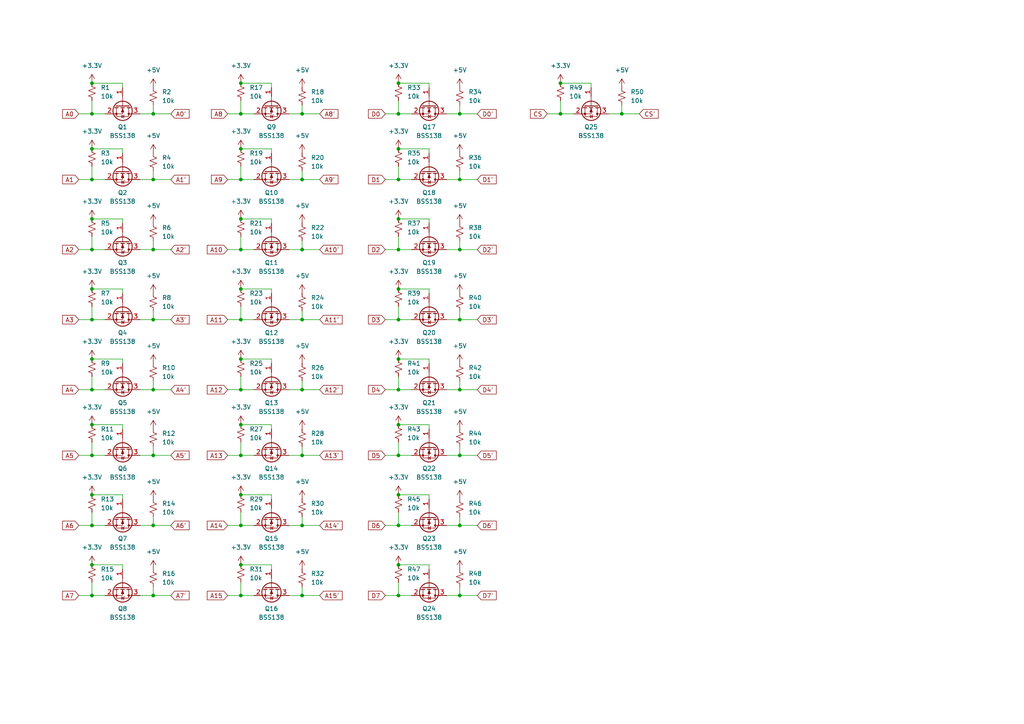
<source format=kicad_sch>
(kicad_sch (version 20231120) (generator "eeschema") (generator_version "8.0")
  (paper "A4")
  (junction (at 115.57 63.5))
  (junction (at 115.57 113.03))
  (junction (at 162.56 24.13))
  (junction (at 87.63 92.71))
  (junction (at 44.45 113.03))
  (junction (at 115.57 43.18))
  (junction (at 69.85 83.82))
  (junction (at 26.67 113.03))
  (junction (at 69.85 163.83))
  (junction (at 26.67 33.02))
  (junction (at 44.45 152.4))
  (junction (at 87.63 152.4))
  (junction (at 26.67 123.19))
  (junction (at 115.57 72.39))
  (junction (at 69.85 43.18))
  (junction (at 115.57 132.08))
  (junction (at 87.63 113.03))
  (junction (at 133.35 33.02))
  (junction (at 26.67 72.39))
  (junction (at 115.57 123.19))
  (junction (at 26.67 92.71))
  (junction (at 115.57 152.4))
  (junction (at 115.57 172.72))
  (junction (at 44.45 92.71))
  (junction (at 26.67 63.5))
  (junction (at 133.35 172.72))
  (junction (at 115.57 33.02))
  (junction (at 115.57 83.82))
  (junction (at 133.35 72.39))
  (junction (at 69.85 72.39))
  (junction (at 26.67 132.08))
  (junction (at 44.45 132.08))
  (junction (at 69.85 104.14))
  (junction (at 115.57 104.14))
  (junction (at 44.45 52.07))
  (junction (at 69.85 152.4))
  (junction (at 44.45 33.02))
  (junction (at 87.63 132.08))
  (junction (at 69.85 123.19))
  (junction (at 26.67 43.18))
  (junction (at 26.67 163.83))
  (junction (at 69.85 33.02))
  (junction (at 26.67 24.13))
  (junction (at 26.67 83.82))
  (junction (at 26.67 52.07))
  (junction (at 87.63 33.02))
  (junction (at 69.85 63.5))
  (junction (at 69.85 113.03))
  (junction (at 115.57 24.13))
  (junction (at 26.67 143.51))
  (junction (at 115.57 163.83))
  (junction (at 44.45 172.72))
  (junction (at 115.57 52.07))
  (junction (at 115.57 143.51))
  (junction (at 133.35 132.08))
  (junction (at 26.67 172.72))
  (junction (at 69.85 52.07))
  (junction (at 133.35 52.07))
  (junction (at 87.63 172.72))
  (junction (at 180.34 33.02))
  (junction (at 133.35 113.03))
  (junction (at 69.85 24.13))
  (junction (at 26.67 104.14))
  (junction (at 69.85 92.71))
  (junction (at 69.85 172.72))
  (junction (at 115.57 92.71))
  (junction (at 69.85 132.08))
  (junction (at 162.56 33.02))
  (junction (at 87.63 72.39))
  (junction (at 87.63 52.07))
  (junction (at 26.67 152.4))
  (junction (at 133.35 92.71))
  (junction (at 44.45 72.39))
  (junction (at 69.85 143.51))
  (junction (at 133.35 152.4))
  (wire (pts (xy 162.56 29.21) (xy 162.56 33.02)))
  (wire (pts (xy 44.45 132.08) (xy 40.64 132.08)))
  (wire (pts (xy 87.63 30.48) (xy 87.63 33.02)))
  (wire (pts (xy 87.63 52.07) (xy 92.71 52.07)))
  (wire (pts (xy 22.86 33.02) (xy 26.67 33.02)))
  (wire (pts (xy 26.67 168.91) (xy 26.67 172.72)))
  (wire (pts (xy 115.57 113.03) (xy 119.38 113.03)))
  (wire (pts (xy 133.35 110.49) (xy 133.35 113.03)))
  (wire (pts (xy 35.56 163.83) (xy 26.67 163.83)))
  (wire (pts (xy 78.74 165.1) (xy 78.74 163.83)))
  (wire (pts (xy 44.45 132.08) (xy 49.53 132.08)))
  (wire (pts (xy 111.76 52.07) (xy 115.57 52.07)))
  (wire (pts (xy 124.46 24.13) (xy 115.57 24.13)))
  (wire (pts (xy 35.56 44.45) (xy 35.56 43.18)))
  (wire (pts (xy 44.45 92.71) (xy 49.53 92.71)))
  (wire (pts (xy 69.85 132.08) (xy 73.66 132.08)))
  (wire (pts (xy 22.86 52.07) (xy 26.67 52.07)))
  (wire (pts (xy 115.57 33.02) (xy 119.38 33.02)))
  (wire (pts (xy 124.46 25.4) (xy 124.46 24.13)))
  (wire (pts (xy 44.45 90.17) (xy 44.45 92.71)))
  (wire (pts (xy 69.85 72.39) (xy 73.66 72.39)))
  (wire (pts (xy 22.86 132.08) (xy 26.67 132.08)))
  (wire (pts (xy 124.46 143.51) (xy 115.57 143.51)))
  (wire (pts (xy 26.67 72.39) (xy 30.48 72.39)))
  (wire (pts (xy 26.67 113.03) (xy 30.48 113.03)))
  (wire (pts (xy 87.63 113.03) (xy 83.82 113.03)))
  (wire (pts (xy 87.63 152.4) (xy 92.71 152.4)))
  (wire (pts (xy 69.85 29.21) (xy 69.85 33.02)))
  (wire (pts (xy 78.74 83.82) (xy 69.85 83.82)))
  (wire (pts (xy 87.63 33.02) (xy 92.71 33.02)))
  (wire (pts (xy 35.56 144.78) (xy 35.56 143.51)))
  (wire (pts (xy 133.35 52.07) (xy 129.54 52.07)))
  (wire (pts (xy 133.35 152.4) (xy 129.54 152.4)))
  (wire (pts (xy 87.63 49.53) (xy 87.63 52.07)))
  (wire (pts (xy 133.35 172.72) (xy 138.43 172.72)))
  (wire (pts (xy 35.56 104.14) (xy 26.67 104.14)))
  (wire (pts (xy 44.45 149.86) (xy 44.45 152.4)))
  (wire (pts (xy 124.46 163.83) (xy 115.57 163.83)))
  (wire (pts (xy 162.56 33.02) (xy 166.37 33.02)))
  (wire (pts (xy 69.85 52.07) (xy 73.66 52.07)))
  (wire (pts (xy 133.35 33.02) (xy 138.43 33.02)))
  (wire (pts (xy 66.04 132.08) (xy 69.85 132.08)))
  (wire (pts (xy 26.67 172.72) (xy 30.48 172.72)))
  (wire (pts (xy 22.86 72.39) (xy 26.67 72.39)))
  (wire (pts (xy 35.56 63.5) (xy 26.67 63.5)))
  (wire (pts (xy 87.63 52.07) (xy 83.82 52.07)))
  (wire (pts (xy 133.35 52.07) (xy 138.43 52.07)))
  (wire (pts (xy 124.46 83.82) (xy 115.57 83.82)))
  (wire (pts (xy 111.76 72.39) (xy 115.57 72.39)))
  (wire (pts (xy 69.85 168.91) (xy 69.85 172.72)))
  (wire (pts (xy 44.45 52.07) (xy 40.64 52.07)))
  (wire (pts (xy 115.57 52.07) (xy 119.38 52.07)))
  (wire (pts (xy 44.45 72.39) (xy 40.64 72.39)))
  (wire (pts (xy 26.67 152.4) (xy 30.48 152.4)))
  (wire (pts (xy 124.46 165.1) (xy 124.46 163.83)))
  (wire (pts (xy 69.85 128.27) (xy 69.85 132.08)))
  (wire (pts (xy 87.63 92.71) (xy 92.71 92.71)))
  (wire (pts (xy 69.85 172.72) (xy 73.66 172.72)))
  (wire (pts (xy 87.63 172.72) (xy 83.82 172.72)))
  (wire (pts (xy 35.56 64.77) (xy 35.56 63.5)))
  (wire (pts (xy 69.85 109.22) (xy 69.85 113.03)))
  (wire (pts (xy 115.57 92.71) (xy 119.38 92.71)))
  (wire (pts (xy 115.57 29.21) (xy 115.57 33.02)))
  (wire (pts (xy 78.74 123.19) (xy 69.85 123.19)))
  (wire (pts (xy 124.46 144.78) (xy 124.46 143.51)))
  (wire (pts (xy 87.63 172.72) (xy 92.71 172.72)))
  (wire (pts (xy 133.35 149.86) (xy 133.35 152.4)))
  (wire (pts (xy 66.04 92.71) (xy 69.85 92.71)))
  (wire (pts (xy 35.56 24.13) (xy 26.67 24.13)))
  (wire (pts (xy 111.76 152.4) (xy 115.57 152.4)))
  (wire (pts (xy 35.56 83.82) (xy 26.67 83.82)))
  (wire (pts (xy 133.35 49.53) (xy 133.35 52.07)))
  (wire (pts (xy 26.67 29.21) (xy 26.67 33.02)))
  (wire (pts (xy 133.35 152.4) (xy 138.43 152.4)))
  (wire (pts (xy 44.45 172.72) (xy 40.64 172.72)))
  (wire (pts (xy 69.85 88.9) (xy 69.85 92.71)))
  (wire (pts (xy 115.57 152.4) (xy 119.38 152.4)))
  (wire (pts (xy 22.86 172.72) (xy 26.67 172.72)))
  (wire (pts (xy 115.57 132.08) (xy 119.38 132.08)))
  (wire (pts (xy 158.75 33.02) (xy 162.56 33.02)))
  (wire (pts (xy 124.46 104.14) (xy 115.57 104.14)))
  (wire (pts (xy 44.45 52.07) (xy 49.53 52.07)))
  (wire (pts (xy 44.45 30.48) (xy 44.45 33.02)))
  (wire (pts (xy 133.35 132.08) (xy 129.54 132.08)))
  (wire (pts (xy 87.63 72.39) (xy 83.82 72.39)))
  (wire (pts (xy 133.35 72.39) (xy 138.43 72.39)))
  (wire (pts (xy 133.35 92.71) (xy 129.54 92.71)))
  (wire (pts (xy 124.46 124.46) (xy 124.46 123.19)))
  (wire (pts (xy 78.74 24.13) (xy 69.85 24.13)))
  (wire (pts (xy 44.45 170.18) (xy 44.45 172.72)))
  (wire (pts (xy 133.35 69.85) (xy 133.35 72.39)))
  (wire (pts (xy 78.74 25.4) (xy 78.74 24.13)))
  (wire (pts (xy 69.85 148.59) (xy 69.85 152.4)))
  (wire (pts (xy 66.04 52.07) (xy 69.85 52.07)))
  (wire (pts (xy 87.63 149.86) (xy 87.63 152.4)))
  (wire (pts (xy 26.67 48.26) (xy 26.67 52.07)))
  (wire (pts (xy 111.76 113.03) (xy 115.57 113.03)))
  (wire (pts (xy 26.67 132.08) (xy 30.48 132.08)))
  (wire (pts (xy 44.45 172.72) (xy 49.53 172.72)))
  (wire (pts (xy 78.74 163.83) (xy 69.85 163.83)))
  (wire (pts (xy 111.76 132.08) (xy 115.57 132.08)))
  (wire (pts (xy 180.34 33.02) (xy 176.53 33.02)))
  (wire (pts (xy 44.45 49.53) (xy 44.45 52.07)))
  (wire (pts (xy 115.57 88.9) (xy 115.57 92.71)))
  (wire (pts (xy 124.46 85.09) (xy 124.46 83.82)))
  (wire (pts (xy 180.34 33.02) (xy 185.42 33.02)))
  (wire (pts (xy 124.46 44.45) (xy 124.46 43.18)))
  (wire (pts (xy 26.67 68.58) (xy 26.67 72.39)))
  (wire (pts (xy 111.76 33.02) (xy 115.57 33.02)))
  (wire (pts (xy 26.67 52.07) (xy 30.48 52.07)))
  (wire (pts (xy 44.45 113.03) (xy 40.64 113.03)))
  (wire (pts (xy 35.56 25.4) (xy 35.56 24.13)))
  (wire (pts (xy 87.63 92.71) (xy 83.82 92.71)))
  (wire (pts (xy 115.57 172.72) (xy 119.38 172.72)))
  (wire (pts (xy 124.46 64.77) (xy 124.46 63.5)))
  (wire (pts (xy 35.56 43.18) (xy 26.67 43.18)))
  (wire (pts (xy 111.76 92.71) (xy 115.57 92.71)))
  (wire (pts (xy 22.86 92.71) (xy 26.67 92.71)))
  (wire (pts (xy 111.76 172.72) (xy 115.57 172.72)))
  (wire (pts (xy 66.04 113.03) (xy 69.85 113.03)))
  (wire (pts (xy 66.04 72.39) (xy 69.85 72.39)))
  (wire (pts (xy 87.63 110.49) (xy 87.63 113.03)))
  (wire (pts (xy 26.67 128.27) (xy 26.67 132.08)))
  (wire (pts (xy 171.45 24.13) (xy 162.56 24.13)))
  (wire (pts (xy 44.45 69.85) (xy 44.45 72.39)))
  (wire (pts (xy 44.45 152.4) (xy 49.53 152.4)))
  (wire (pts (xy 133.35 132.08) (xy 138.43 132.08)))
  (wire (pts (xy 115.57 128.27) (xy 115.57 132.08)))
  (wire (pts (xy 133.35 172.72) (xy 129.54 172.72)))
  (wire (pts (xy 66.04 172.72) (xy 69.85 172.72)))
  (wire (pts (xy 133.35 113.03) (xy 138.43 113.03)))
  (wire (pts (xy 44.45 110.49) (xy 44.45 113.03)))
  (wire (pts (xy 133.35 90.17) (xy 133.35 92.71)))
  (wire (pts (xy 115.57 168.91) (xy 115.57 172.72)))
  (wire (pts (xy 133.35 113.03) (xy 129.54 113.03)))
  (wire (pts (xy 69.85 113.03) (xy 73.66 113.03)))
  (wire (pts (xy 69.85 33.02) (xy 73.66 33.02)))
  (wire (pts (xy 133.35 30.48) (xy 133.35 33.02)))
  (wire (pts (xy 35.56 165.1) (xy 35.56 163.83)))
  (wire (pts (xy 66.04 33.02) (xy 69.85 33.02)))
  (wire (pts (xy 26.67 109.22) (xy 26.67 113.03)))
  (wire (pts (xy 78.74 124.46) (xy 78.74 123.19)))
  (wire (pts (xy 78.74 63.5) (xy 69.85 63.5)))
  (wire (pts (xy 87.63 132.08) (xy 83.82 132.08)))
  (wire (pts (xy 133.35 170.18) (xy 133.35 172.72)))
  (wire (pts (xy 69.85 48.26) (xy 69.85 52.07)))
  (wire (pts (xy 22.86 113.03) (xy 26.67 113.03)))
  (wire (pts (xy 115.57 68.58) (xy 115.57 72.39)))
  (wire (pts (xy 87.63 33.02) (xy 83.82 33.02)))
  (wire (pts (xy 133.35 33.02) (xy 129.54 33.02)))
  (wire (pts (xy 87.63 90.17) (xy 87.63 92.71)))
  (wire (pts (xy 124.46 105.41) (xy 124.46 104.14)))
  (wire (pts (xy 87.63 152.4) (xy 83.82 152.4)))
  (wire (pts (xy 78.74 143.51) (xy 69.85 143.51)))
  (wire (pts (xy 87.63 72.39) (xy 92.71 72.39)))
  (wire (pts (xy 124.46 63.5) (xy 115.57 63.5)))
  (wire (pts (xy 35.56 123.19) (xy 26.67 123.19)))
  (wire (pts (xy 124.46 43.18) (xy 115.57 43.18)))
  (wire (pts (xy 26.67 88.9) (xy 26.67 92.71)))
  (wire (pts (xy 26.67 148.59) (xy 26.67 152.4)))
  (wire (pts (xy 44.45 33.02) (xy 49.53 33.02)))
  (wire (pts (xy 69.85 92.71) (xy 73.66 92.71)))
  (wire (pts (xy 87.63 170.18) (xy 87.63 172.72)))
  (wire (pts (xy 78.74 144.78) (xy 78.74 143.51)))
  (wire (pts (xy 78.74 43.18) (xy 69.85 43.18)))
  (wire (pts (xy 133.35 72.39) (xy 129.54 72.39)))
  (wire (pts (xy 87.63 113.03) (xy 92.71 113.03)))
  (wire (pts (xy 180.34 30.48) (xy 180.34 33.02)))
  (wire (pts (xy 87.63 129.54) (xy 87.63 132.08)))
  (wire (pts (xy 35.56 124.46) (xy 35.56 123.19)))
  (wire (pts (xy 133.35 129.54) (xy 133.35 132.08)))
  (wire (pts (xy 26.67 33.02) (xy 30.48 33.02)))
  (wire (pts (xy 66.04 152.4) (xy 69.85 152.4)))
  (wire (pts (xy 44.45 92.71) (xy 40.64 92.71)))
  (wire (pts (xy 44.45 72.39) (xy 49.53 72.39)))
  (wire (pts (xy 78.74 104.14) (xy 69.85 104.14)))
  (wire (pts (xy 115.57 72.39) (xy 119.38 72.39)))
  (wire (pts (xy 35.56 105.41) (xy 35.56 104.14)))
  (wire (pts (xy 26.67 92.71) (xy 30.48 92.71)))
  (wire (pts (xy 35.56 85.09) (xy 35.56 83.82)))
  (wire (pts (xy 78.74 105.41) (xy 78.74 104.14)))
  (wire (pts (xy 69.85 152.4) (xy 73.66 152.4)))
  (wire (pts (xy 44.45 152.4) (xy 40.64 152.4)))
  (wire (pts (xy 115.57 109.22) (xy 115.57 113.03)))
  (wire (pts (xy 44.45 129.54) (xy 44.45 132.08)))
  (wire (pts (xy 78.74 85.09) (xy 78.74 83.82)))
  (wire (pts (xy 69.85 68.58) (xy 69.85 72.39)))
  (wire (pts (xy 124.46 123.19) (xy 115.57 123.19)))
  (wire (pts (xy 44.45 113.03) (xy 49.53 113.03)))
  (wire (pts (xy 78.74 64.77) (xy 78.74 63.5)))
  (wire (pts (xy 115.57 48.26) (xy 115.57 52.07)))
  (wire (pts (xy 22.86 152.4) (xy 26.67 152.4)))
  (wire (pts (xy 87.63 132.08) (xy 92.71 132.08)))
  (wire (pts (xy 171.45 25.4) (xy 171.45 24.13)))
  (wire (pts (xy 35.56 143.51) (xy 26.67 143.51)))
  (wire (pts (xy 87.63 69.85) (xy 87.63 72.39)))
  (wire (pts (xy 44.45 33.02) (xy 40.64 33.02)))
  (wire (pts (xy 115.57 148.59) (xy 115.57 152.4)))
  (wire (pts (xy 78.74 44.45) (xy 78.74 43.18)))
  (wire (pts (xy 133.35 92.71) (xy 138.43 92.71)))
  (global_label "A12" (shape input) (at 66.04 113.03 180) (property "Intersheetrefs" "${INTERSHEET_REFS}" (effects (hide yes))))
  (global_label "A15'" (shape input) (at 92.71 172.72 0) (property "Intersheetrefs" "${INTERSHEET_REFS}" (effects (hide yes))))
  (global_label "D0" (shape input) (at 111.76 33.02 180) (property "Intersheetrefs" "${INTERSHEET_REFS}" (effects (hide yes))))
  (global_label "A8" (shape input) (at 66.04 33.02 180) (property "Intersheetrefs" "${INTERSHEET_REFS}" (effects (hide yes))))
  (global_label "D4" (shape input) (at 111.76 113.03 180) (property "Intersheetrefs" "${INTERSHEET_REFS}" (effects (hide yes))))
  (global_label "A6'" (shape input) (at 49.53 152.4 0) (property "Intersheetrefs" "${INTERSHEET_REFS}" (effects (hide yes))))
  (global_label "A5" (shape input) (at 22.86 132.08 180) (property "Intersheetrefs" "${INTERSHEET_REFS}" (effects (hide yes))))
  (global_label "D5'" (shape input) (at 138.43 132.08 0) (property "Intersheetrefs" "${INTERSHEET_REFS}" (effects (hide yes))))
  (global_label "D3'" (shape input) (at 138.43 92.71 0) (property "Intersheetrefs" "${INTERSHEET_REFS}" (effects (hide yes))))
  (global_label "A13'" (shape input) (at 92.71 132.08 0) (property "Intersheetrefs" "${INTERSHEET_REFS}" (effects (hide yes))))
  (global_label "A0'" (shape input) (at 49.53 33.02 0) (property "Intersheetrefs" "${INTERSHEET_REFS}" (effects (hide yes))))
  (global_label "A0" (shape input) (at 22.86 33.02 180) (property "Intersheetrefs" "${INTERSHEET_REFS}" (effects (hide yes))))
  (global_label "A6" (shape input) (at 22.86 152.4 180) (property "Intersheetrefs" "${INTERSHEET_REFS}" (effects (hide yes))))
  (global_label "D6'" (shape input) (at 138.43 152.4 0) (property "Intersheetrefs" "${INTERSHEET_REFS}" (effects (hide yes))))
  (global_label "A15" (shape input) (at 66.04 172.72 180) (property "Intersheetrefs" "${INTERSHEET_REFS}" (effects (hide yes))))
  (global_label "A9" (shape input) (at 66.04 52.07 180) (property "Intersheetrefs" "${INTERSHEET_REFS}" (effects (hide yes))))
  (global_label "D4'" (shape input) (at 138.43 113.03 0) (property "Intersheetrefs" "${INTERSHEET_REFS}" (effects (hide yes))))
  (global_label "A7" (shape input) (at 22.86 172.72 180) (property "Intersheetrefs" "${INTERSHEET_REFS}" (effects (hide yes))))
  (global_label "D2'" (shape input) (at 138.43 72.39 0) (property "Intersheetrefs" "${INTERSHEET_REFS}" (effects (hide yes))))
  (global_label "D1'" (shape input) (at 138.43 52.07 0) (property "Intersheetrefs" "${INTERSHEET_REFS}" (effects (hide yes))))
  (global_label "D6" (shape input) (at 111.76 152.4 180) (property "Intersheetrefs" "${INTERSHEET_REFS}" (effects (hide yes))))
  (global_label "A4" (shape input) (at 22.86 113.03 180) (property "Intersheetrefs" "${INTERSHEET_REFS}" (effects (hide yes))))
  (global_label "A11'" (shape input) (at 92.71 92.71 0) (property "Intersheetrefs" "${INTERSHEET_REFS}" (effects (hide yes))))
  (global_label "A2" (shape input) (at 22.86 72.39 180) (property "Intersheetrefs" "${INTERSHEET_REFS}" (effects (hide yes))))
  (global_label "D2" (shape input) (at 111.76 72.39 180) (property "Intersheetrefs" "${INTERSHEET_REFS}" (effects (hide yes))))
  (global_label "A10" (shape input) (at 66.04 72.39 180) (property "Intersheetrefs" "${INTERSHEET_REFS}" (effects (hide yes))))
  (global_label "D0'" (shape input) (at 138.43 33.02 0) (property "Intersheetrefs" "${INTERSHEET_REFS}" (effects (hide yes))))
  (global_label "D7'" (shape input) (at 138.43 172.72 0) (property "Intersheetrefs" "${INTERSHEET_REFS}" (effects (hide yes))))
  (global_label "D1" (shape input) (at 111.76 52.07 180) (property "Intersheetrefs" "${INTERSHEET_REFS}" (effects (hide yes))))
  (global_label "A14'" (shape input) (at 92.71 152.4 0) (property "Intersheetrefs" "${INTERSHEET_REFS}" (effects (hide yes))))
  (global_label "A13" (shape input) (at 66.04 132.08 180) (property "Intersheetrefs" "${INTERSHEET_REFS}" (effects (hide yes))))
  (global_label "A12'" (shape input) (at 92.71 113.03 0) (property "Intersheetrefs" "${INTERSHEET_REFS}" (effects (hide yes))))
  (global_label "CS'" (shape input) (at 185.42 33.02 0) (property "Intersheetrefs" "${INTERSHEET_REFS}" (effects (hide yes))))
  (global_label "A7'" (shape input) (at 49.53 172.72 0) (property "Intersheetrefs" "${INTERSHEET_REFS}" (effects (hide yes))))
  (global_label "A3" (shape input) (at 22.86 92.71 180) (property "Intersheetrefs" "${INTERSHEET_REFS}" (effects (hide yes))))
  (global_label "D7" (shape input) (at 111.76 172.72 180) (property "Intersheetrefs" "${INTERSHEET_REFS}" (effects (hide yes))))
  (global_label "A14" (shape input) (at 66.04 152.4 180) (property "Intersheetrefs" "${INTERSHEET_REFS}" (effects (hide yes))))
  (global_label "A1" (shape input) (at 22.86 52.07 180) (property "Intersheetrefs" "${INTERSHEET_REFS}" (effects (hide yes))))
  (global_label "D3" (shape input) (at 111.76 92.71 180) (property "Intersheetrefs" "${INTERSHEET_REFS}" (effects (hide yes))))
  (global_label "CS" (shape input) (at 158.75 33.02 180) (property "Intersheetrefs" "${INTERSHEET_REFS}" (effects (hide yes))))
  (global_label "A4'" (shape input) (at 49.53 113.03 0) (property "Intersheetrefs" "${INTERSHEET_REFS}" (effects (hide yes))))
  (global_label "A10'" (shape input) (at 92.71 72.39 0) (property "Intersheetrefs" "${INTERSHEET_REFS}" (effects (hide yes))))
  (global_label "A3'" (shape input) (at 49.53 92.71 0) (property "Intersheetrefs" "${INTERSHEET_REFS}" (effects (hide yes))))
  (global_label "A11" (shape input) (at 66.04 92.71 180) (property "Intersheetrefs" "${INTERSHEET_REFS}" (effects (hide yes))))
  (global_label "A2'" (shape input) (at 49.53 72.39 0) (property "Intersheetrefs" "${INTERSHEET_REFS}" (effects (hide yes))))
  (global_label "A8'" (shape input) (at 92.71 33.02 0) (property "Intersheetrefs" "${INTERSHEET_REFS}" (effects (hide yes))))
  (global_label "D5" (shape input) (at 111.76 132.08 180) (property "Intersheetrefs" "${INTERSHEET_REFS}" (effects (hide yes))))
  (global_label "A1'" (shape input) (at 49.53 52.07 0) (property "Intersheetrefs" "${INTERSHEET_REFS}" (effects (hide yes))))
  (global_label "A5'" (shape input) (at 49.53 132.08 0) (property "Intersheetrefs" "${INTERSHEET_REFS}" (effects (hide yes))))
  (global_label "A9'" (shape input) (at 92.71 52.07 0) (property "Intersheetrefs" "${INTERSHEET_REFS}" (effects (hide yes))))
  (symbol (lib_id "Device:R_Small_US") (at 115.57 125.73 0) (unit 1)
    (property "Reference" "R43" (at 118.11 124.4599 0) (effects (justify left)))
    (property "Value" "10k" (at 118.11 126.9999 0) (effects (justify left)))
    (property "Footprint" "Resistor_SMD:R_0402_1005Metric" (effects (hide yes)))
    (property "Description" "Resistor, small US symbol" (effects (hide yes)))
  )
  (symbol (lib_id "power:+3.3V") (at 26.67 143.51 0) (unit 1)
    (property "Reference" "#PWR015" (effects (hide yes)))
    (property "Value" "+3.3V" (at 26.67 138.43 0))
    (property "Description" "Power symbol creates a global label with name \"+3.3V\"" (effects (hide yes)))
  )
  (symbol (lib_id "Device:R_Small_US") (at 133.35 67.31 0) (unit 1)
    (property "Reference" "R38" (at 135.89 66.0399 0) (effects (justify left)))
    (property "Value" "10k" (at 135.89 68.5799 0) (effects (justify left)))
    (property "Footprint" "Resistor_SMD:R_0402_1005Metric" (effects (hide yes)))
    (property "Description" "Resistor, small US symbol" (effects (hide yes)))
  )
  (symbol (lib_id "Device:R_Small_US") (at 87.63 147.32 0) (unit 1)
    (property "Reference" "R30" (at 90.17 146.0499 0) (effects (justify left)))
    (property "Value" "10k" (at 90.17 148.5899 0) (effects (justify left)))
    (property "Footprint" "Resistor_SMD:R_0402_1005Metric" (effects (hide yes)))
    (property "Description" "Resistor, small US symbol" (effects (hide yes)))
  )
  (symbol (lib_id "Device:R_Small_US") (at 69.85 166.37 0) (unit 1)
    (property "Reference" "R31" (at 72.39 165.0999 0) (effects (justify left)))
    (property "Value" "10k" (at 72.39 167.6399 0) (effects (justify left)))
    (property "Footprint" "Resistor_SMD:R_0402_1005Metric" (effects (hide yes)))
    (property "Description" "Resistor, small US symbol" (effects (hide yes)))
  )
  (symbol (lib_id "power:+3.3V") (at 69.85 63.5 0) (unit 1)
    (property "Reference" "#PWR023" (effects (hide yes)))
    (property "Value" "+3.3V" (at 69.85 58.42 0))
    (property "Description" "Power symbol creates a global label with name \"+3.3V\"" (effects (hide yes)))
  )
  (symbol (lib_id "Device:R_Small_US") (at 26.67 66.04 0) (unit 1)
    (property "Reference" "R5" (at 29.21 64.7699 0) (effects (justify left)))
    (property "Value" "10k" (at 29.21 67.3099 0) (effects (justify left)))
    (property "Footprint" "Resistor_SMD:R_0402_1005Metric" (effects (hide yes)))
    (property "Description" "Resistor, small US symbol" (effects (hide yes)))
  )
  (symbol (lib_id "power:+5V") (at 133.35 124.46 0) (unit 1)
    (property "Reference" "#PWR046" (effects (hide yes)))
    (property "Value" "+5V" (at 133.35 119.38 0))
    (property "Description" "Power symbol creates a global label with name \"+5V\"" (effects (hide yes)))
  )
  (symbol (lib_id "Device:R_Small_US") (at 26.67 106.68 0) (unit 1)
    (property "Reference" "R9" (at 29.21 105.4099 0) (effects (justify left)))
    (property "Value" "10k" (at 29.21 107.9499 0) (effects (justify left)))
    (property "Footprint" "Resistor_SMD:R_0402_1005Metric" (effects (hide yes)))
    (property "Description" "Resistor, small US symbol" (effects (hide yes)))
  )
  (symbol (lib_id "Transistor_FET:BSS138") (at 78.74 129.54 270) (unit 1)
    (property "Reference" "Q14" (at 78.74 135.89 90))
    (property "Value" "BSS138" (at 78.74 138.43 90))
    (property "Footprint" "Package_TO_SOT_SMD:SOT-23" (effects (hide yes)))
    (property "Datasheet" "https://www.onsemi.com/pub/Collateral/BSS138-D.PDF" (effects (hide yes)))
    (property "Description" "50V Vds, 0.22A Id, N-Channel MOSFET, SOT-23" (effects (hide yes)))
  )
  (symbol (lib_id "power:+3.3V") (at 26.67 83.82 0) (unit 1)
    (property "Reference" "#PWR09" (effects (hide yes)))
    (property "Value" "+3.3V" (at 26.67 78.74 0))
    (property "Description" "Power symbol creates a global label with name \"+3.3V\"" (effects (hide yes)))
  )
  (symbol (lib_id "Transistor_FET:BSS138") (at 78.74 149.86 270) (unit 1)
    (property "Reference" "Q15" (at 78.74 156.21 90))
    (property "Value" "BSS138" (at 78.74 158.75 90))
    (property "Footprint" "Package_TO_SOT_SMD:SOT-23" (effects (hide yes)))
    (property "Datasheet" "https://www.onsemi.com/pub/Collateral/BSS138-D.PDF" (effects (hide yes)))
    (property "Description" "50V Vds, 0.22A Id, N-Channel MOSFET, SOT-23" (effects (hide yes)))
  )
  (symbol (lib_id "Device:R_Small_US") (at 69.85 86.36 0) (unit 1)
    (property "Reference" "R23" (at 72.39 85.0899 0) (effects (justify left)))
    (property "Value" "10k" (at 72.39 87.6299 0) (effects (justify left)))
    (property "Footprint" "Resistor_SMD:R_0402_1005Metric" (effects (hide yes)))
    (property "Description" "Resistor, small US symbol" (effects (hide yes)))
  )
  (symbol (lib_id "Device:R_Small_US") (at 44.45 67.31 0) (unit 1)
    (property "Reference" "R6" (at 46.99 66.0399 0) (effects (justify left)))
    (property "Value" "10k" (at 46.99 68.5799 0) (effects (justify left)))
    (property "Footprint" "Resistor_SMD:R_0402_1005Metric" (effects (hide yes)))
    (property "Description" "Resistor, small US symbol" (effects (hide yes)))
  )
  (symbol (lib_id "power:+3.3V") (at 115.57 163.83 0) (unit 1)
    (property "Reference" "#PWR049" (effects (hide yes)))
    (property "Value" "+3.3V" (at 115.57 158.75 0))
    (property "Description" "Power symbol creates a global label with name \"+3.3V\"" (effects (hide yes)))
  )
  (symbol (lib_id "power:+5V") (at 87.63 144.78 0) (unit 1)
    (property "Reference" "#PWR032" (effects (hide yes)))
    (property "Value" "+5V" (at 87.63 139.7 0))
    (property "Description" "Power symbol creates a global label with name \"+5V\"" (effects (hide yes)))
  )
  (symbol (lib_id "Device:R_Small_US") (at 44.45 147.32 0) (unit 1)
    (property "Reference" "R14" (at 46.99 146.0499 0) (effects (justify left)))
    (property "Value" "10k" (at 46.99 148.5899 0) (effects (justify left)))
    (property "Footprint" "Resistor_SMD:R_0402_1005Metric" (effects (hide yes)))
    (property "Description" "Resistor, small US symbol" (effects (hide yes)))
  )
  (symbol (lib_id "Device:R_Small_US") (at 115.57 166.37 0) (unit 1)
    (property "Reference" "R47" (at 118.11 165.0999 0) (effects (justify left)))
    (property "Value" "10k" (at 118.11 167.6399 0) (effects (justify left)))
    (property "Footprint" "Resistor_SMD:R_0402_1005Metric" (effects (hide yes)))
    (property "Description" "Resistor, small US symbol" (effects (hide yes)))
  )
  (symbol (lib_id "power:+3.3V") (at 26.67 104.14 0) (unit 1)
    (property "Reference" "#PWR011" (effects (hide yes)))
    (property "Value" "+3.3V" (at 26.67 99.06 0))
    (property "Description" "Power symbol creates a global label with name \"+3.3V\"" (effects (hide yes)))
  )
  (symbol (lib_id "Device:R_Small_US") (at 69.85 125.73 0) (unit 1)
    (property "Reference" "R27" (at 72.39 124.4599 0) (effects (justify left)))
    (property "Value" "10k" (at 72.39 126.9999 0) (effects (justify left)))
    (property "Footprint" "Resistor_SMD:R_0402_1005Metric" (effects (hide yes)))
    (property "Description" "Resistor, small US symbol" (effects (hide yes)))
  )
  (symbol (lib_id "power:+5V") (at 133.35 25.4 0) (unit 1)
    (property "Reference" "#PWR036" (effects (hide yes)))
    (property "Value" "+5V" (at 133.35 20.32 0))
    (property "Description" "Power symbol creates a global label with name \"+5V\"" (effects (hide yes)))
  )
  (symbol (lib_id "Transistor_FET:BSS138") (at 124.46 129.54 270) (unit 1)
    (property "Reference" "Q22" (at 124.46 135.89 90))
    (property "Value" "BSS138" (at 124.46 138.43 90))
    (property "Footprint" "Package_TO_SOT_SMD:SOT-23" (effects (hide yes)))
    (property "Datasheet" "https://www.onsemi.com/pub/Collateral/BSS138-D.PDF" (effects (hide yes)))
    (property "Description" "50V Vds, 0.22A Id, N-Channel MOSFET, SOT-23" (effects (hide yes)))
  )
  (symbol (lib_id "Device:R_Small_US") (at 133.35 46.99 0) (unit 1)
    (property "Reference" "R36" (at 135.89 45.7199 0) (effects (justify left)))
    (property "Value" "10k" (at 135.89 48.2599 0) (effects (justify left)))
    (property "Footprint" "Resistor_SMD:R_0402_1005Metric" (effects (hide yes)))
    (property "Description" "Resistor, small US symbol" (effects (hide yes)))
  )
  (symbol (lib_id "Device:R_Small_US") (at 87.63 46.99 0) (unit 1)
    (property "Reference" "R20" (at 90.17 45.7199 0) (effects (justify left)))
    (property "Value" "10k" (at 90.17 48.2599 0) (effects (justify left)))
    (property "Footprint" "Resistor_SMD:R_0402_1005Metric" (effects (hide yes)))
    (property "Description" "Resistor, small US symbol" (effects (hide yes)))
  )
  (symbol (lib_id "power:+5V") (at 133.35 165.1 0) (unit 1)
    (property "Reference" "#PWR050" (effects (hide yes)))
    (property "Value" "+5V" (at 133.35 160.02 0))
    (property "Description" "Power symbol creates a global label with name \"+5V\"" (effects (hide yes)))
  )
  (symbol (lib_id "power:+3.3V") (at 26.67 123.19 0) (unit 1)
    (property "Reference" "#PWR013" (effects (hide yes)))
    (property "Value" "+3.3V" (at 26.67 118.11 0))
    (property "Description" "Power symbol creates a global label with name \"+3.3V\"" (effects (hide yes)))
  )
  (symbol (lib_id "power:+3.3V") (at 69.85 104.14 0) (unit 1)
    (property "Reference" "#PWR027" (effects (hide yes)))
    (property "Value" "+3.3V" (at 69.85 99.06 0))
    (property "Description" "Power symbol creates a global label with name \"+3.3V\"" (effects (hide yes)))
  )
  (symbol (lib_id "Transistor_FET:BSS138") (at 124.46 170.18 270) (unit 1)
    (property "Reference" "Q24" (at 124.46 176.53 90))
    (property "Value" "BSS138" (at 124.46 179.07 90))
    (property "Footprint" "Package_TO_SOT_SMD:SOT-23" (effects (hide yes)))
    (property "Datasheet" "https://www.onsemi.com/pub/Collateral/BSS138-D.PDF" (effects (hide yes)))
    (property "Description" "50V Vds, 0.22A Id, N-Channel MOSFET, SOT-23" (effects (hide yes)))
  )
  (symbol (lib_id "power:+5V") (at 44.45 44.45 0) (unit 1)
    (property "Reference" "#PWR06" (effects (hide yes)))
    (property "Value" "+5V" (at 44.45 39.37 0))
    (property "Description" "Power symbol creates a global label with name \"+5V\"" (effects (hide yes)))
  )
  (symbol (lib_id "power:+5V") (at 87.63 105.41 0) (unit 1)
    (property "Reference" "#PWR028" (effects (hide yes)))
    (property "Value" "+5V" (at 87.63 100.33 0))
    (property "Description" "Power symbol creates a global label with name \"+5V\"" (effects (hide yes)))
  )
  (symbol (lib_id "Device:R_Small_US") (at 162.56 26.67 0) (unit 1)
    (property "Reference" "R49" (at 165.1 25.3999 0) (effects (justify left)))
    (property "Value" "10k" (at 165.1 27.9399 0) (effects (justify left)))
    (property "Footprint" "Resistor_SMD:R_0402_1005Metric" (effects (hide yes)))
    (property "Description" "Resistor, small US symbol" (effects (hide yes)))
  )
  (symbol (lib_id "Device:R_Small_US") (at 133.35 87.63 0) (unit 1)
    (property "Reference" "R40" (at 135.89 86.3599 0) (effects (justify left)))
    (property "Value" "10k" (at 135.89 88.8999 0) (effects (justify left)))
    (property "Footprint" "Resistor_SMD:R_0402_1005Metric" (effects (hide yes)))
    (property "Description" "Resistor, small US symbol" (effects (hide yes)))
  )
  (symbol (lib_id "Transistor_FET:BSS138") (at 124.46 30.48 270) (unit 1)
    (property "Reference" "Q17" (at 124.46 36.83 90))
    (property "Value" "BSS138" (at 124.46 39.37 90))
    (property "Footprint" "Package_TO_SOT_SMD:SOT-23" (effects (hide yes)))
    (property "Datasheet" "https://www.onsemi.com/pub/Collateral/BSS138-D.PDF" (effects (hide yes)))
    (property "Description" "50V Vds, 0.22A Id, N-Channel MOSFET, SOT-23" (effects (hide yes)))
  )
  (symbol (lib_id "Device:R_Small_US") (at 69.85 66.04 0) (unit 1)
    (property "Reference" "R21" (at 72.39 64.7699 0) (effects (justify left)))
    (property "Value" "10k" (at 72.39 67.3099 0) (effects (justify left)))
    (property "Footprint" "Resistor_SMD:R_0402_1005Metric" (effects (hide yes)))
    (property "Description" "Resistor, small US symbol" (effects (hide yes)))
  )
  (symbol (lib_id "power:+3.3V") (at 26.67 163.83 0) (unit 1)
    (property "Reference" "#PWR017" (effects (hide yes)))
    (property "Value" "+3.3V" (at 26.67 158.75 0))
    (property "Description" "Power symbol creates a global label with name \"+3.3V\"" (effects (hide yes)))
  )
  (symbol (lib_id "power:+3.3V") (at 26.67 63.5 0) (unit 1)
    (property "Reference" "#PWR07" (effects (hide yes)))
    (property "Value" "+3.3V" (at 26.67 58.42 0))
    (property "Description" "Power symbol creates a global label with name \"+3.3V\"" (effects (hide yes)))
  )
  (symbol (lib_id "Device:R_Small_US") (at 180.34 27.94 0) (unit 1)
    (property "Reference" "R50" (at 182.88 26.6699 0) (effects (justify left)))
    (property "Value" "10k" (at 182.88 29.2099 0) (effects (justify left)))
    (property "Footprint" "Resistor_SMD:R_0402_1005Metric" (effects (hide yes)))
    (property "Description" "Resistor, small US symbol" (effects (hide yes)))
  )
  (symbol (lib_id "power:+3.3V") (at 69.85 123.19 0) (unit 1)
    (property "Reference" "#PWR029" (effects (hide yes)))
    (property "Value" "+3.3V" (at 69.85 118.11 0))
    (property "Description" "Power symbol creates a global label with name \"+3.3V\"" (effects (hide yes)))
  )
  (symbol (lib_id "power:+3.3V") (at 115.57 104.14 0) (unit 1)
    (property "Reference" "#PWR043" (effects (hide yes)))
    (property "Value" "+3.3V" (at 115.57 99.06 0))
    (property "Description" "Power symbol creates a global label with name \"+3.3V\"" (effects (hide yes)))
  )
  (symbol (lib_id "power:+5V") (at 87.63 64.77 0) (unit 1)
    (property "Reference" "#PWR024" (effects (hide yes)))
    (property "Value" "+5V" (at 87.63 59.69 0))
    (property "Description" "Power symbol creates a global label with name \"+5V\"" (effects (hide yes)))
  )
  (symbol (lib_id "Transistor_FET:BSS138") (at 124.46 149.86 270) (unit 1)
    (property "Reference" "Q23" (at 124.46 156.21 90))
    (property "Value" "BSS138" (at 124.46 158.75 90))
    (property "Footprint" "Package_TO_SOT_SMD:SOT-23" (effects (hide yes)))
    (property "Datasheet" "https://www.onsemi.com/pub/Collateral/BSS138-D.PDF" (effects (hide yes)))
    (property "Description" "50V Vds, 0.22A Id, N-Channel MOSFET, SOT-23" (effects (hide yes)))
  )
  (symbol (lib_id "Device:R_Small_US") (at 69.85 146.05 0) (unit 1)
    (property "Reference" "R29" (at 72.39 144.7799 0) (effects (justify left)))
    (property "Value" "10k" (at 72.39 147.3199 0) (effects (justify left)))
    (property "Footprint" "Resistor_SMD:R_0402_1005Metric" (effects (hide yes)))
    (property "Description" "Resistor, small US symbol" (effects (hide yes)))
  )
  (symbol (lib_id "Device:R_Small_US") (at 87.63 67.31 0) (unit 1)
    (property "Reference" "R22" (at 90.17 66.0399 0) (effects (justify left)))
    (property "Value" "10k" (at 90.17 68.5799 0) (effects (justify left)))
    (property "Footprint" "Resistor_SMD:R_0402_1005Metric" (effects (hide yes)))
    (property "Description" "Resistor, small US symbol" (effects (hide yes)))
  )
  (symbol (lib_id "Device:R_Small_US") (at 87.63 167.64 0) (unit 1)
    (property "Reference" "R32" (at 90.17 166.3699 0) (effects (justify left)))
    (property "Value" "10k" (at 90.17 168.9099 0) (effects (justify left)))
    (property "Footprint" "Resistor_SMD:R_0402_1005Metric" (effects (hide yes)))
    (property "Description" "Resistor, small US symbol" (effects (hide yes)))
  )
  (symbol (lib_id "Device:R_Small_US") (at 115.57 66.04 0) (unit 1)
    (property "Reference" "R37" (at 118.11 64.7699 0) (effects (justify left)))
    (property "Value" "10k" (at 118.11 67.3099 0) (effects (justify left)))
    (property "Footprint" "Resistor_SMD:R_0402_1005Metric" (effects (hide yes)))
    (property "Description" "Resistor, small US symbol" (effects (hide yes)))
  )
  (symbol (lib_id "power:+3.3V") (at 26.67 24.13 0) (unit 1)
    (property "Reference" "#PWR01" (effects (hide yes)))
    (property "Value" "+3.3V" (at 26.67 19.05 0))
    (property "Description" "Power symbol creates a global label with name \"+3.3V\"" (effects (hide yes)))
  )
  (symbol (lib_id "power:+5V") (at 44.45 105.41 0) (unit 1)
    (property "Reference" "#PWR012" (effects (hide yes)))
    (property "Value" "+5V" (at 44.45 100.33 0))
    (property "Description" "Power symbol creates a global label with name \"+5V\"" (effects (hide yes)))
  )
  (symbol (lib_id "power:+3.3V") (at 115.57 123.19 0) (unit 1)
    (property "Reference" "#PWR045" (effects (hide yes)))
    (property "Value" "+3.3V" (at 115.57 118.11 0))
    (property "Description" "Power symbol creates a global label with name \"+3.3V\"" (effects (hide yes)))
  )
  (symbol (lib_id "power:+5V") (at 44.45 25.4 0) (unit 1)
    (property "Reference" "#PWR02" (effects (hide yes)))
    (property "Value" "+5V" (at 44.45 20.32 0))
    (property "Description" "Power symbol creates a global label with name \"+5V\"" (effects (hide yes)))
  )
  (symbol (lib_id "power:+5V") (at 133.35 44.45 0) (unit 1)
    (property "Reference" "#PWR038" (effects (hide yes)))
    (property "Value" "+5V" (at 133.35 39.37 0))
    (property "Description" "Power symbol creates a global label with name \"+5V\"" (effects (hide yes)))
  )
  (symbol (lib_id "Transistor_FET:BSS138") (at 124.46 49.53 270) (unit 1)
    (property "Reference" "Q18" (at 124.46 55.88 90))
    (property "Value" "BSS138" (at 124.46 58.42 90))
    (property "Footprint" "Package_TO_SOT_SMD:SOT-23" (effects (hide yes)))
    (property "Datasheet" "https://www.onsemi.com/pub/Collateral/BSS138-D.PDF" (effects (hide yes)))
    (property "Description" "50V Vds, 0.22A Id, N-Channel MOSFET, SOT-23" (effects (hide yes)))
  )
  (symbol (lib_id "Device:R_Small_US") (at 133.35 147.32 0) (unit 1)
    (property "Reference" "R46" (at 135.89 146.0499 0) (effects (justify left)))
    (property "Value" "10k" (at 135.89 148.5899 0) (effects (justify left)))
    (property "Footprint" "Resistor_SMD:R_0402_1005Metric" (effects (hide yes)))
    (property "Description" "Resistor, small US symbol" (effects (hide yes)))
  )
  (symbol (lib_id "Transistor_FET:BSS138") (at 35.56 90.17 270) (unit 1)
    (property "Reference" "Q4" (at 35.56 96.52 90))
    (property "Value" "BSS138" (at 35.56 99.06 90))
    (property "Footprint" "Package_TO_SOT_SMD:SOT-23" (effects (hide yes)))
    (property "Datasheet" "https://www.onsemi.com/pub/Collateral/BSS138-D.PDF" (effects (hide yes)))
    (property "Description" "50V Vds, 0.22A Id, N-Channel MOSFET, SOT-23" (effects (hide yes)))
  )
  (symbol (lib_id "Device:R_Small_US") (at 44.45 167.64 0) (unit 1)
    (property "Reference" "R16" (at 46.99 166.3699 0) (effects (justify left)))
    (property "Value" "10k" (at 46.99 168.9099 0) (effects (justify left)))
    (property "Footprint" "Resistor_SMD:R_0402_1005Metric" (effects (hide yes)))
    (property "Description" "Resistor, small US symbol" (effects (hide yes)))
  )
  (symbol (lib_id "Device:R_Small_US") (at 44.45 27.94 0) (unit 1)
    (property "Reference" "R2" (at 46.99 26.6699 0) (effects (justify left)))
    (property "Value" "10k" (at 46.99 29.2099 0) (effects (justify left)))
    (property "Footprint" "Resistor_SMD:R_0402_1005Metric" (effects (hide yes)))
    (property "Description" "Resistor, small US symbol" (effects (hide yes)))
  )
  (symbol (lib_id "power:+3.3V") (at 115.57 83.82 0) (unit 1)
    (property "Reference" "#PWR041" (effects (hide yes)))
    (property "Value" "+3.3V" (at 115.57 78.74 0))
    (property "Description" "Power symbol creates a global label with name \"+3.3V\"" (effects (hide yes)))
  )
  (symbol (lib_id "Transistor_FET:BSS138") (at 35.56 149.86 270) (unit 1)
    (property "Reference" "Q7" (at 35.56 156.21 90))
    (property "Value" "BSS138" (at 35.56 158.75 90))
    (property "Footprint" "Package_TO_SOT_SMD:SOT-23" (effects (hide yes)))
    (property "Datasheet" "https://www.onsemi.com/pub/Collateral/BSS138-D.PDF" (effects (hide yes)))
    (property "Description" "50V Vds, 0.22A Id, N-Channel MOSFET, SOT-23" (effects (hide yes)))
  )
  (symbol (lib_id "Transistor_FET:BSS138") (at 78.74 69.85 270) (unit 1)
    (property "Reference" "Q11" (at 78.74 76.2 90))
    (property "Value" "BSS138" (at 78.74 78.74 90))
    (property "Footprint" "Package_TO_SOT_SMD:SOT-23" (effects (hide yes)))
    (property "Datasheet" "https://www.onsemi.com/pub/Collateral/BSS138-D.PDF" (effects (hide yes)))
    (property "Description" "50V Vds, 0.22A Id, N-Channel MOSFET, SOT-23" (effects (hide yes)))
  )
  (symbol (lib_id "Transistor_FET:BSS138") (at 78.74 90.17 270) (unit 1)
    (property "Reference" "Q12" (at 78.74 96.52 90))
    (property "Value" "BSS138" (at 78.74 99.06 90))
    (property "Footprint" "Package_TO_SOT_SMD:SOT-23" (effects (hide yes)))
    (property "Datasheet" "https://www.onsemi.com/pub/Collateral/BSS138-D.PDF" (effects (hide yes)))
    (property "Description" "50V Vds, 0.22A Id, N-Channel MOSFET, SOT-23" (effects (hide yes)))
  )
  (symbol (lib_id "Transistor_FET:BSS138") (at 78.74 49.53 270) (unit 1)
    (property "Reference" "Q10" (at 78.74 55.88 90))
    (property "Value" "BSS138" (at 78.74 58.42 90))
    (property "Footprint" "Package_TO_SOT_SMD:SOT-23" (effects (hide yes)))
    (property "Datasheet" "https://www.onsemi.com/pub/Collateral/BSS138-D.PDF" (effects (hide yes)))
    (property "Description" "50V Vds, 0.22A Id, N-Channel MOSFET, SOT-23" (effects (hide yes)))
  )
  (symbol (lib_id "power:+5V") (at 44.45 124.46 0) (unit 1)
    (property "Reference" "#PWR014" (effects (hide yes)))
    (property "Value" "+5V" (at 44.45 119.38 0))
    (property "Description" "Power symbol creates a global label with name \"+5V\"" (effects (hide yes)))
  )
  (symbol (lib_id "power:+3.3V") (at 26.67 43.18 0) (unit 1)
    (property "Reference" "#PWR05" (effects (hide yes)))
    (property "Value" "+3.3V" (at 26.67 38.1 0))
    (property "Description" "Power symbol creates a global label with name \"+3.3V\"" (effects (hide yes)))
  )
  (symbol (lib_id "Transistor_FET:BSS138") (at 171.45 30.48 270) (unit 1)
    (property "Reference" "Q25" (at 171.45 36.83 90))
    (property "Value" "BSS138" (at 171.45 39.37 90))
    (property "Footprint" "Package_TO_SOT_SMD:SOT-23" (effects (hide yes)))
    (property "Datasheet" "https://www.onsemi.com/pub/Collateral/BSS138-D.PDF" (effects (hide yes)))
    (property "Description" "50V Vds, 0.22A Id, N-Channel MOSFET, SOT-23" (effects (hide yes)))
  )
  (symbol (lib_id "power:+3.3V") (at 69.85 143.51 0) (unit 1)
    (property "Reference" "#PWR031" (effects (hide yes)))
    (property "Value" "+3.3V" (at 69.85 138.43 0))
    (property "Description" "Power symbol creates a global label with name \"+3.3V\"" (effects (hide yes)))
  )
  (symbol (lib_id "power:+3.3V") (at 69.85 43.18 0) (unit 1)
    (property "Reference" "#PWR021" (effects (hide yes)))
    (property "Value" "+3.3V" (at 69.85 38.1 0))
    (property "Description" "Power symbol creates a global label with name \"+3.3V\"" (effects (hide yes)))
  )
  (symbol (lib_id "Transistor_FET:BSS138") (at 124.46 69.85 270) (unit 1)
    (property "Reference" "Q19" (at 124.46 76.2 90))
    (property "Value" "BSS138" (at 124.46 78.74 90))
    (property "Footprint" "Package_TO_SOT_SMD:SOT-23" (effects (hide yes)))
    (property "Datasheet" "https://www.onsemi.com/pub/Collateral/BSS138-D.PDF" (effects (hide yes)))
    (property "Description" "50V Vds, 0.22A Id, N-Channel MOSFET, SOT-23" (effects (hide yes)))
  )
  (symbol (lib_id "power:+3.3V") (at 69.85 24.13 0) (unit 1)
    (property "Reference" "#PWR019" (effects (hide yes)))
    (property "Value" "+3.3V" (at 69.85 19.05 0))
    (property "Description" "Power symbol creates a global label with name \"+3.3V\"" (effects (hide yes)))
  )
  (symbol (lib_id "power:+5V") (at 87.63 124.46 0) (unit 1)
    (property "Reference" "#PWR030" (effects (hide yes)))
    (property "Value" "+5V" (at 87.63 119.38 0))
    (property "Description" "Power symbol creates a global label with name \"+5V\"" (effects (hide yes)))
  )
  (symbol (lib_id "Transistor_FET:BSS138") (at 78.74 110.49 270) (unit 1)
    (property "Reference" "Q13" (at 78.74 116.84 90))
    (property "Value" "BSS138" (at 78.74 119.38 90))
    (property "Footprint" "Package_TO_SOT_SMD:SOT-23" (effects (hide yes)))
    (property "Datasheet" "https://www.onsemi.com/pub/Collateral/BSS138-D.PDF" (effects (hide yes)))
    (property "Description" "50V Vds, 0.22A Id, N-Channel MOSFET, SOT-23" (effects (hide yes)))
  )
  (symbol (lib_id "power:+5V") (at 87.63 85.09 0) (unit 1)
    (property "Reference" "#PWR026" (effects (hide yes)))
    (property "Value" "+5V" (at 87.63 80.01 0))
    (property "Description" "Power symbol creates a global label with name \"+5V\"" (effects (hide yes)))
  )
  (symbol (lib_id "power:+5V") (at 87.63 25.4 0) (unit 1)
    (property "Reference" "#PWR020" (effects (hide yes)))
    (property "Value" "+5V" (at 87.63 20.32 0))
    (property "Description" "Power symbol creates a global label with name \"+5V\"" (effects (hide yes)))
  )
  (symbol (lib_id "power:+5V") (at 133.35 64.77 0) (unit 1)
    (property "Reference" "#PWR040" (effects (hide yes)))
    (property "Value" "+5V" (at 133.35 59.69 0))
    (property "Description" "Power symbol creates a global label with name \"+5V\"" (effects (hide yes)))
  )
  (symbol (lib_id "Device:R_Small_US") (at 115.57 26.67 0) (unit 1)
    (property "Reference" "R33" (at 118.11 25.3999 0) (effects (justify left)))
    (property "Value" "10k" (at 118.11 27.9399 0) (effects (justify left)))
    (property "Footprint" "Resistor_SMD:R_0402_1005Metric" (effects (hide yes)))
    (property "Description" "Resistor, small US symbol" (effects (hide yes)))
  )
  (symbol (lib_id "Device:R_Small_US") (at 44.45 107.95 0) (unit 1)
    (property "Reference" "R10" (at 46.99 106.6799 0) (effects (justify left)))
    (property "Value" "10k" (at 46.99 109.2199 0) (effects (justify left)))
    (property "Footprint" "Resistor_SMD:R_0402_1005Metric" (effects (hide yes)))
    (property "Description" "Resistor, small US symbol" (effects (hide yes)))
  )
  (symbol (lib_id "Device:R_Small_US") (at 26.67 146.05 0) (unit 1)
    (property "Reference" "R13" (at 29.21 144.7799 0) (effects (justify left)))
    (property "Value" "10k" (at 29.21 147.3199 0) (effects (justify left)))
    (property "Footprint" "Resistor_SMD:R_0402_1005Metric" (effects (hide yes)))
    (property "Description" "Resistor, small US symbol" (effects (hide yes)))
  )
  (symbol (lib_id "power:+5V") (at 87.63 165.1 0) (unit 1)
    (property "Reference" "#PWR034" (effects (hide yes)))
    (property "Value" "+5V" (at 87.63 160.02 0))
    (property "Description" "Power symbol creates a global label with name \"+5V\"" (effects (hide yes)))
  )
  (symbol (lib_id "Transistor_FET:BSS138") (at 124.46 110.49 270) (unit 1)
    (property "Reference" "Q21" (at 124.46 116.84 90))
    (property "Value" "BSS138" (at 124.46 119.38 90))
    (property "Footprint" "Package_TO_SOT_SMD:SOT-23" (effects (hide yes)))
    (property "Datasheet" "https://www.onsemi.com/pub/Collateral/BSS138-D.PDF" (effects (hide yes)))
    (property "Description" "50V Vds, 0.22A Id, N-Channel MOSFET, SOT-23" (effects (hide yes)))
  )
  (symbol (lib_id "Device:R_Small_US") (at 69.85 45.72 0) (unit 1)
    (property "Reference" "R19" (at 72.39 44.4499 0) (effects (justify left)))
    (property "Value" "10k" (at 72.39 46.9899 0) (effects (justify left)))
    (property "Footprint" "Resistor_SMD:R_0402_1005Metric" (effects (hide yes)))
    (property "Description" "Resistor, small US symbol" (effects (hide yes)))
  )
  (symbol (lib_id "Device:R_Small_US") (at 133.35 127 0) (unit 1)
    (property "Reference" "R44" (at 135.89 125.7299 0) (effects (justify left)))
    (property "Value" "10k" (at 135.89 128.2699 0) (effects (justify left)))
    (property "Footprint" "Resistor_SMD:R_0402_1005Metric" (effects (hide yes)))
    (property "Description" "Resistor, small US symbol" (effects (hide yes)))
  )
  (symbol (lib_id "power:+3.3V") (at 115.57 43.18 0) (unit 1)
    (property "Reference" "#PWR037" (effects (hide yes)))
    (property "Value" "+3.3V" (at 115.57 38.1 0))
    (property "Description" "Power symbol creates a global label with name \"+3.3V\"" (effects (hide yes)))
  )
  (symbol (lib_id "Device:R_Small_US") (at 133.35 107.95 0) (unit 1)
    (property "Reference" "R42" (at 135.89 106.6799 0) (effects (justify left)))
    (property "Value" "10k" (at 135.89 109.2199 0) (effects (justify left)))
    (property "Footprint" "Resistor_SMD:R_0402_1005Metric" (effects (hide yes)))
    (property "Description" "Resistor, small US symbol" (effects (hide yes)))
  )
  (symbol (lib_id "power:+5V") (at 44.45 85.09 0) (unit 1)
    (property "Reference" "#PWR010" (effects (hide yes)))
    (property "Value" "+5V" (at 44.45 80.01 0))
    (property "Description" "Power symbol creates a global label with name \"+5V\"" (effects (hide yes)))
  )
  (symbol (lib_id "Device:R_Small_US") (at 26.67 26.67 0) (unit 1)
    (property "Reference" "R1" (at 29.21 25.3999 0) (effects (justify left)))
    (property "Value" "10k" (at 29.21 27.9399 0) (effects (justify left)))
    (property "Footprint" "Resistor_SMD:R_0402_1005Metric" (effects (hide yes)))
    (property "Description" "Resistor, small US symbol" (effects (hide yes)))
  )
  (symbol (lib_id "Device:R_Small_US") (at 44.45 46.99 0) (unit 1)
    (property "Reference" "R4" (at 46.99 45.7199 0) (effects (justify left)))
    (property "Value" "10k" (at 46.99 48.2599 0) (effects (justify left)))
    (property "Footprint" "Resistor_SMD:R_0402_1005Metric" (effects (hide yes)))
    (property "Description" "Resistor, small US symbol" (effects (hide yes)))
  )
  (symbol (lib_id "Device:R_Small_US") (at 26.67 125.73 0) (unit 1)
    (property "Reference" "R11" (at 29.21 124.4599 0) (effects (justify left)))
    (property "Value" "10k" (at 29.21 126.9999 0) (effects (justify left)))
    (property "Footprint" "Resistor_SMD:R_0402_1005Metric" (effects (hide yes)))
    (property "Description" "Resistor, small US symbol" (effects (hide yes)))
  )
  (symbol (lib_id "Device:R_Small_US") (at 26.67 45.72 0) (unit 1)
    (property "Reference" "R3" (at 29.21 44.4499 0) (effects (justify left)))
    (property "Value" "10k" (at 29.21 46.9899 0) (effects (justify left)))
    (property "Footprint" "Resistor_SMD:R_0402_1005Metric" (effects (hide yes)))
    (property "Description" "Resistor, small US symbol" (effects (hide yes)))
  )
  (symbol (lib_id "Device:R_Small_US") (at 115.57 86.36 0) (unit 1)
    (property "Reference" "R39" (at 118.11 85.0899 0) (effects (justify left)))
    (property "Value" "10k" (at 118.11 87.6299 0) (effects (justify left)))
    (property "Footprint" "Resistor_SMD:R_0402_1005Metric" (effects (hide yes)))
    (property "Description" "Resistor, small US symbol" (effects (hide yes)))
  )
  (symbol (lib_id "power:+3.3V") (at 115.57 63.5 0) (unit 1)
    (property "Reference" "#PWR039" (effects (hide yes)))
    (property "Value" "+3.3V" (at 115.57 58.42 0))
    (property "Description" "Power symbol creates a global label with name \"+3.3V\"" (effects (hide yes)))
  )
  (symbol (lib_id "power:+5V") (at 44.45 165.1 0) (unit 1)
    (property "Reference" "#PWR018" (effects (hide yes)))
    (property "Value" "+5V" (at 44.45 160.02 0))
    (property "Description" "Power symbol creates a global label with name \"+5V\"" (effects (hide yes)))
  )
  (symbol (lib_id "Device:R_Small_US") (at 26.67 166.37 0) (unit 1)
    (property "Reference" "R15" (at 29.21 165.0999 0) (effects (justify left)))
    (property "Value" "10k" (at 29.21 167.6399 0) (effects (justify left)))
    (property "Footprint" "Resistor_SMD:R_0402_1005Metric" (effects (hide yes)))
    (property "Description" "Resistor, small US symbol" (effects (hide yes)))
  )
  (symbol (lib_id "Device:R_Small_US") (at 44.45 127 0) (unit 1)
    (property "Reference" "R12" (at 46.99 125.7299 0) (effects (justify left)))
    (property "Value" "10k" (at 46.99 128.2699 0) (effects (justify left)))
    (property "Footprint" "Resistor_SMD:R_0402_1005Metric" (effects (hide yes)))
    (property "Description" "Resistor, small US symbol" (effects (hide yes)))
  )
  (symbol (lib_id "Transistor_FET:BSS138") (at 124.46 90.17 270) (unit 1)
    (property "Reference" "Q20" (at 124.46 96.52 90))
    (property "Value" "BSS138" (at 124.46 99.06 90))
    (property "Footprint" "Package_TO_SOT_SMD:SOT-23" (effects (hide yes)))
    (property "Datasheet" "https://www.onsemi.com/pub/Collateral/BSS138-D.PDF" (effects (hide yes)))
    (property "Description" "50V Vds, 0.22A Id, N-Channel MOSFET, SOT-23" (effects (hide yes)))
  )
  (symbol (lib_id "Device:R_Small_US") (at 115.57 146.05 0) (unit 1)
    (property "Reference" "R45" (at 118.11 144.7799 0) (effects (justify left)))
    (property "Value" "10k" (at 118.11 147.3199 0) (effects (justify left)))
    (property "Footprint" "Resistor_SMD:R_0402_1005Metric" (effects (hide yes)))
    (property "Description" "Resistor, small US symbol" (effects (hide yes)))
  )
  (symbol (lib_id "Transistor_FET:BSS138") (at 78.74 30.48 270) (unit 1)
    (property "Reference" "Q9" (at 78.74 36.83 90))
    (property "Value" "BSS138" (at 78.74 39.37 90))
    (property "Footprint" "Package_TO_SOT_SMD:SOT-23" (effects (hide yes)))
    (property "Datasheet" "https://www.onsemi.com/pub/Collateral/BSS138-D.PDF" (effects (hide yes)))
    (property "Description" "50V Vds, 0.22A Id, N-Channel MOSFET, SOT-23" (effects (hide yes)))
  )
  (symbol (lib_id "Device:R_Small_US") (at 87.63 107.95 0) (unit 1)
    (property "Reference" "R26" (at 90.17 106.6799 0) (effects (justify left)))
    (property "Value" "10k" (at 90.17 109.2199 0) (effects (justify left)))
    (property "Footprint" "Resistor_SMD:R_0402_1005Metric" (effects (hide yes)))
    (property "Description" "Resistor, small US symbol" (effects (hide yes)))
  )
  (symbol (lib_id "Device:R_Small_US") (at 69.85 106.68 0) (unit 1)
    (property "Reference" "R25" (at 72.39 105.4099 0) (effects (justify left)))
    (property "Value" "10k" (at 72.39 107.9499 0) (effects (justify left)))
    (property "Footprint" "Resistor_SMD:R_0402_1005Metric" (effects (hide yes)))
    (property "Description" "Resistor, small US symbol" (effects (hide yes)))
  )
  (symbol (lib_id "power:+5V") (at 44.45 64.77 0) (unit 1)
    (property "Reference" "#PWR08" (effects (hide yes)))
    (property "Value" "+5V" (at 44.45 59.69 0))
    (property "Description" "Power symbol creates a global label with name \"+5V\"" (effects (hide yes)))
  )
  (symbol (lib_id "power:+5V") (at 44.45 144.78 0) (unit 1)
    (property "Reference" "#PWR016" (effects (hide yes)))
    (property "Value" "+5V" (at 44.45 139.7 0))
    (property "Description" "Power symbol creates a global label with name \"+5V\"" (effects (hide yes)))
  )
  (symbol (lib_id "Device:R_Small_US") (at 133.35 27.94 0) (unit 1)
    (property "Reference" "R34" (at 135.89 26.6699 0) (effects (justify left)))
    (property "Value" "10k" (at 135.89 29.2099 0) (effects (justify left)))
    (property "Footprint" "Resistor_SMD:R_0402_1005Metric" (effects (hide yes)))
    (property "Description" "Resistor, small US symbol" (effects (hide yes)))
  )
  (symbol (lib_id "Device:R_Small_US") (at 115.57 106.68 0) (unit 1)
    (property "Reference" "R41" (at 118.11 105.4099 0) (effects (justify left)))
    (property "Value" "10k" (at 118.11 107.9499 0) (effects (justify left)))
    (property "Footprint" "Resistor_SMD:R_0402_1005Metric" (effects (hide yes)))
    (property "Description" "Resistor, small US symbol" (effects (hide yes)))
  )
  (symbol (lib_id "Transistor_FET:BSS138") (at 78.74 170.18 270) (unit 1)
    (property "Reference" "Q16" (at 78.74 176.53 90))
    (property "Value" "BSS138" (at 78.74 179.07 90))
    (property "Footprint" "Package_TO_SOT_SMD:SOT-23" (effects (hide yes)))
    (property "Datasheet" "https://www.onsemi.com/pub/Collateral/BSS138-D.PDF" (effects (hide yes)))
    (property "Description" "50V Vds, 0.22A Id, N-Channel MOSFET, SOT-23" (effects (hide yes)))
  )
  (symbol (lib_id "power:+3.3V") (at 69.85 83.82 0) (unit 1)
    (property "Reference" "#PWR025" (effects (hide yes)))
    (property "Value" "+3.3V" (at 69.85 78.74 0))
    (property "Description" "Power symbol creates a global label with name \"+3.3V\"" (effects (hide yes)))
  )
  (symbol (lib_id "Transistor_FET:BSS138") (at 35.56 30.48 270) (unit 1)
    (property "Reference" "Q1" (at 35.56 36.83 90))
    (property "Value" "BSS138" (at 35.56 39.37 90))
    (property "Footprint" "Package_TO_SOT_SMD:SOT-23" (effects (hide yes)))
    (property "Datasheet" "https://www.onsemi.com/pub/Collateral/BSS138-D.PDF" (effects (hide yes)))
    (property "Description" "50V Vds, 0.22A Id, N-Channel MOSFET, SOT-23" (effects (hide yes)))
  )
  (symbol (lib_id "power:+5V") (at 87.63 44.45 0) (unit 1)
    (property "Reference" "#PWR022" (effects (hide yes)))
    (property "Value" "+5V" (at 87.63 39.37 0))
    (property "Description" "Power symbol creates a global label with name \"+5V\"" (effects (hide yes)))
  )
  (symbol (lib_id "power:+3.3V") (at 69.85 163.83 0) (unit 1)
    (property "Reference" "#PWR033" (effects (hide yes)))
    (property "Value" "+3.3V" (at 69.85 158.75 0))
    (property "Description" "Power symbol creates a global label with name \"+3.3V\"" (effects (hide yes)))
  )
  (symbol (lib_id "Device:R_Small_US") (at 69.85 26.67 0) (unit 1)
    (property "Reference" "R17" (at 72.39 25.3999 0) (effects (justify left)))
    (property "Value" "10k" (at 72.39 27.9399 0) (effects (justify left)))
    (property "Footprint" "Resistor_SMD:R_0402_1005Metric" (effects (hide yes)))
    (property "Description" "Resistor, small US symbol" (effects (hide yes)))
  )
  (symbol (lib_id "power:+3.3V") (at 115.57 24.13 0) (unit 1)
    (property "Reference" "#PWR035" (effects (hide yes)))
    (property "Value" "+3.3V" (at 115.57 19.05 0))
    (property "Description" "Power symbol creates a global label with name \"+3.3V\"" (effects (hide yes)))
  )
  (symbol (lib_id "Device:R_Small_US") (at 87.63 87.63 0) (unit 1)
    (property "Reference" "R24" (at 90.17 86.3599 0) (effects (justify left)))
    (property "Value" "10k" (at 90.17 88.8999 0) (effects (justify left)))
    (property "Footprint" "Resistor_SMD:R_0402_1005Metric" (effects (hide yes)))
    (property "Description" "Resistor, small US symbol" (effects (hide yes)))
  )
  (symbol (lib_id "power:+5V") (at 133.35 105.41 0) (unit 1)
    (property "Reference" "#PWR044" (effects (hide yes)))
    (property "Value" "+5V" (at 133.35 100.33 0))
    (property "Description" "Power symbol creates a global label with name \"+5V\"" (effects (hide yes)))
  )
  (symbol (lib_id "Device:R_Small_US") (at 87.63 27.94 0) (unit 1)
    (property "Reference" "R18" (at 90.17 26.6699 0) (effects (justify left)))
    (property "Value" "10k" (at 90.17 29.2099 0) (effects (justify left)))
    (property "Footprint" "Resistor_SMD:R_0402_1005Metric" (effects (hide yes)))
    (property "Description" "Resistor, small US symbol" (effects (hide yes)))
  )
  (symbol (lib_id "power:+5V") (at 133.35 85.09 0) (unit 1)
    (property "Reference" "#PWR042" (effects (hide yes)))
    (property "Value" "+5V" (at 133.35 80.01 0))
    (property "Description" "Power symbol creates a global label with name \"+5V\"" (effects (hide yes)))
  )
  (symbol (lib_id "Device:R_Small_US") (at 44.45 87.63 0) (unit 1)
    (property "Reference" "R8" (at 46.99 86.3599 0) (effects (justify left)))
    (property "Value" "10k" (at 46.99 88.8999 0) (effects (justify left)))
    (property "Footprint" "Resistor_SMD:R_0402_1005Metric" (effects (hide yes)))
    (property "Description" "Resistor, small US symbol" (effects (hide yes)))
  )
  (symbol (lib_id "power:+3.3V") (at 162.56 24.13 0) (unit 1)
    (property "Reference" "#PWR054" (effects (hide yes)))
    (property "Value" "+3.3V" (at 162.56 19.05 0))
    (property "Description" "Power symbol creates a global label with name \"+3.3V\"" (effects (hide yes)))
  )
  (symbol (lib_id "Transistor_FET:BSS138") (at 35.56 49.53 270) (unit 1)
    (property "Reference" "Q2" (at 35.56 55.88 90))
    (property "Value" "BSS138" (at 35.56 58.42 90))
    (property "Footprint" "Package_TO_SOT_SMD:SOT-23" (effects (hide yes)))
    (property "Datasheet" "https://www.onsemi.com/pub/Collateral/BSS138-D.PDF" (effects (hide yes)))
    (property "Description" "50V Vds, 0.22A Id, N-Channel MOSFET, SOT-23" (effects (hide yes)))
  )
  (symbol (lib_id "Transistor_FET:BSS138") (at 35.56 170.18 270) (unit 1)
    (property "Reference" "Q8" (at 35.56 176.53 90))
    (property "Value" "BSS138" (at 35.56 179.07 90))
    (property "Footprint" "Package_TO_SOT_SMD:SOT-23" (effects (hide yes)))
    (property "Datasheet" "https://www.onsemi.com/pub/Collateral/BSS138-D.PDF" (effects (hide yes)))
    (property "Description" "50V Vds, 0.22A Id, N-Channel MOSFET, SOT-23" (effects (hide yes)))
  )
  (symbol (lib_id "Device:R_Small_US") (at 26.67 86.36 0) (unit 1)
    (property "Reference" "R7" (at 29.21 85.0899 0) (effects (justify left)))
    (property "Value" "10k" (at 29.21 87.6299 0) (effects (justify left)))
    (property "Footprint" "Resistor_SMD:R_0402_1005Metric" (effects (hide yes)))
    (property "Description" "Resistor, small US symbol" (effects (hide yes)))
  )
  (symbol (lib_id "Transistor_FET:BSS138") (at 35.56 129.54 270) (unit 1)
    (property "Reference" "Q6" (at 35.56 135.89 90))
    (property "Value" "BSS138" (at 35.56 138.43 90))
    (property "Footprint" "Package_TO_SOT_SMD:SOT-23" (effects (hide yes)))
    (property "Datasheet" "https://www.onsemi.com/pub/Collateral/BSS138-D.PDF" (effects (hide yes)))
    (property "Description" "50V Vds, 0.22A Id, N-Channel MOSFET, SOT-23" (effects (hide yes)))
  )
  (symbol (lib_id "power:+5V") (at 133.35 144.78 0) (unit 1)
    (property "Reference" "#PWR048" (effects (hide yes)))
    (property "Value" "+5V" (at 133.35 139.7 0))
    (property "Description" "Power symbol creates a global label with name \"+5V\"" (effects (hide yes)))
  )
  (symbol (lib_id "power:+3.3V") (at 115.57 143.51 0) (unit 1)
    (property "Reference" "#PWR047" (effects (hide yes)))
    (property "Value" "+3.3V" (at 115.57 138.43 0))
    (property "Description" "Power symbol creates a global label with name \"+3.3V\"" (effects (hide yes)))
  )
  (symbol (lib_id "Transistor_FET:BSS138") (at 35.56 69.85 270) (unit 1)
    (property "Reference" "Q3" (at 35.56 76.2 90))
    (property "Value" "BSS138" (at 35.56 78.74 90))
    (property "Footprint" "Package_TO_SOT_SMD:SOT-23" (effects (hide yes)))
    (property "Datasheet" "https://www.onsemi.com/pub/Collateral/BSS138-D.PDF" (effects (hide yes)))
    (property "Description" "50V Vds, 0.22A Id, N-Channel MOSFET, SOT-23" (effects (hide yes)))
  )
  (symbol (lib_id "Device:R_Small_US") (at 115.57 45.72 0) (unit 1)
    (property "Reference" "R35" (at 118.11 44.4499 0) (effects (justify left)))
    (property "Value" "10k" (at 118.11 46.9899 0) (effects (justify left)))
    (property "Footprint" "Resistor_SMD:R_0402_1005Metric" (effects (hide yes)))
    (property "Description" "Resistor, small US symbol" (effects (hide yes)))
  )
  (symbol (lib_id "Device:R_Small_US") (at 87.63 127 0) (unit 1)
    (property "Reference" "R28" (at 90.17 125.7299 0) (effects (justify left)))
    (property "Value" "10k" (at 90.17 128.2699 0) (effects (justify left)))
    (property "Footprint" "Resistor_SMD:R_0402_1005Metric" (effects (hide yes)))
    (property "Description" "Resistor, small US symbol" (effects (hide yes)))
  )
  (symbol (lib_id "power:+5V") (at 180.34 25.4 0) (unit 1)
    (property "Reference" "#PWR055" (effects (hide yes)))
    (property "Value" "+5V" (at 180.34 20.32 0))
    (property "Description" "Power symbol creates a global label with name \"+5V\"" (effects (hide yes)))
  )
  (symbol (lib_id "Transistor_FET:BSS138") (at 35.56 110.49 270) (unit 1)
    (property "Reference" "Q5" (at 35.56 116.84 90))
    (property "Value" "BSS138" (at 35.56 119.38 90))
    (property "Footprint" "Package_TO_SOT_SMD:SOT-23" (effects (hide yes)))
    (property "Datasheet" "https://www.onsemi.com/pub/Collateral/BSS138-D.PDF" (effects (hide yes)))
    (property "Description" "50V Vds, 0.22A Id, N-Channel MOSFET, SOT-23" (effects (hide yes)))
  )
  (symbol (lib_id "Device:R_Small_US") (at 133.35 167.64 0) (unit 1)
    (property "Reference" "R48" (at 135.89 166.3699 0) (effects (justify left)))
    (property "Value" "10k" (at 135.89 168.9099 0) (effects (justify left)))
    (property "Footprint" "Resistor_SMD:R_0402_1005Metric" (effects (hide yes)))
    (property "Description" "Resistor, small US symbol" (effects (hide yes)))
  )
)
</source>
